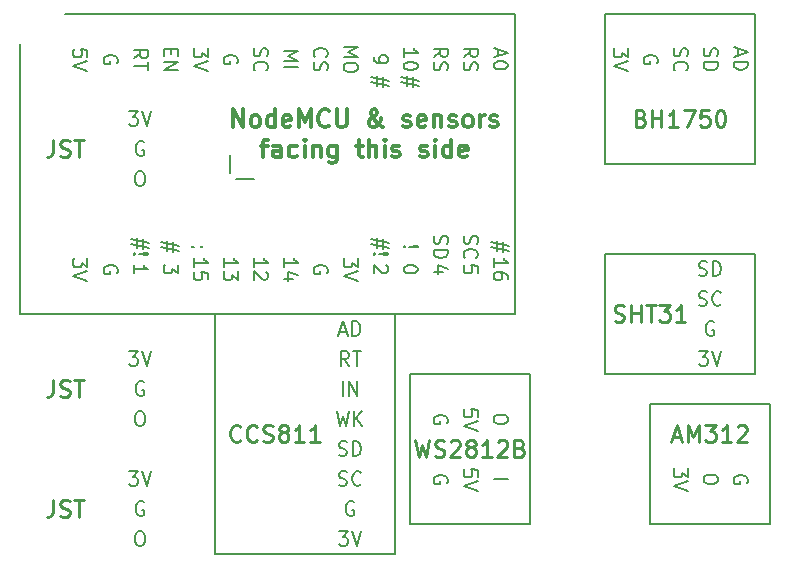
<source format=gto>
G04 #@! TF.GenerationSoftware,KiCad,Pcbnew,(5.0.0)*
G04 #@! TF.CreationDate,2020-04-22T19:14:28+02:00*
G04 #@! TF.ProjectId,Homesensor,486F6D6573656E736F722E6B69636164,rev?*
G04 #@! TF.SameCoordinates,Original*
G04 #@! TF.FileFunction,Legend,Top*
G04 #@! TF.FilePolarity,Positive*
%FSLAX46Y46*%
G04 Gerber Fmt 4.6, Leading zero omitted, Abs format (unit mm)*
G04 Created by KiCad (PCBNEW (5.0.0)) date 04/22/20 19:14:28*
%MOMM*%
%LPD*%
G01*
G04 APERTURE LIST*
%ADD10C,0.200000*%
%ADD11C,0.250000*%
%ADD12C,0.300000*%
G04 APERTURE END LIST*
D10*
X111217142Y-55680000D02*
X111788571Y-55280000D01*
X111217142Y-54994285D02*
X112417142Y-54994285D01*
X112417142Y-55451428D01*
X112360000Y-55565714D01*
X112302857Y-55622857D01*
X112188571Y-55680000D01*
X112017142Y-55680000D01*
X111902857Y-55622857D01*
X111845714Y-55565714D01*
X111788571Y-55451428D01*
X111788571Y-54994285D01*
X111274285Y-56137142D02*
X111217142Y-56308571D01*
X111217142Y-56594285D01*
X111274285Y-56708571D01*
X111331428Y-56765714D01*
X111445714Y-56822857D01*
X111560000Y-56822857D01*
X111674285Y-56765714D01*
X111731428Y-56708571D01*
X111788571Y-56594285D01*
X111845714Y-56365714D01*
X111902857Y-56251428D01*
X111960000Y-56194285D01*
X112074285Y-56137142D01*
X112188571Y-56137142D01*
X112302857Y-56194285D01*
X112360000Y-56251428D01*
X112417142Y-56365714D01*
X112417142Y-56651428D01*
X112360000Y-56822857D01*
X108677142Y-55680000D02*
X109248571Y-55280000D01*
X108677142Y-54994285D02*
X109877142Y-54994285D01*
X109877142Y-55451428D01*
X109820000Y-55565714D01*
X109762857Y-55622857D01*
X109648571Y-55680000D01*
X109477142Y-55680000D01*
X109362857Y-55622857D01*
X109305714Y-55565714D01*
X109248571Y-55451428D01*
X109248571Y-54994285D01*
X108734285Y-56137142D02*
X108677142Y-56308571D01*
X108677142Y-56594285D01*
X108734285Y-56708571D01*
X108791428Y-56765714D01*
X108905714Y-56822857D01*
X109020000Y-56822857D01*
X109134285Y-56765714D01*
X109191428Y-56708571D01*
X109248571Y-56594285D01*
X109305714Y-56365714D01*
X109362857Y-56251428D01*
X109420000Y-56194285D01*
X109534285Y-56137142D01*
X109648571Y-56137142D01*
X109762857Y-56194285D01*
X109820000Y-56251428D01*
X109877142Y-56365714D01*
X109877142Y-56651428D01*
X109820000Y-56822857D01*
X101057142Y-54851428D02*
X102257142Y-54851428D01*
X101400000Y-55251428D01*
X102257142Y-55651428D01*
X101057142Y-55651428D01*
X102257142Y-56451428D02*
X102257142Y-56680000D01*
X102200000Y-56794285D01*
X102085714Y-56908571D01*
X101857142Y-56965714D01*
X101457142Y-56965714D01*
X101228571Y-56908571D01*
X101114285Y-56794285D01*
X101057142Y-56680000D01*
X101057142Y-56451428D01*
X101114285Y-56337142D01*
X101228571Y-56222857D01*
X101457142Y-56165714D01*
X101857142Y-56165714D01*
X102085714Y-56222857D01*
X102200000Y-56337142D01*
X102257142Y-56451428D01*
X98631428Y-55680000D02*
X98574285Y-55622857D01*
X98517142Y-55451428D01*
X98517142Y-55337142D01*
X98574285Y-55165714D01*
X98688571Y-55051428D01*
X98802857Y-54994285D01*
X99031428Y-54937142D01*
X99202857Y-54937142D01*
X99431428Y-54994285D01*
X99545714Y-55051428D01*
X99660000Y-55165714D01*
X99717142Y-55337142D01*
X99717142Y-55451428D01*
X99660000Y-55622857D01*
X99602857Y-55680000D01*
X98574285Y-56137142D02*
X98517142Y-56308571D01*
X98517142Y-56594285D01*
X98574285Y-56708571D01*
X98631428Y-56765714D01*
X98745714Y-56822857D01*
X98860000Y-56822857D01*
X98974285Y-56765714D01*
X99031428Y-56708571D01*
X99088571Y-56594285D01*
X99145714Y-56365714D01*
X99202857Y-56251428D01*
X99260000Y-56194285D01*
X99374285Y-56137142D01*
X99488571Y-56137142D01*
X99602857Y-56194285D01*
X99660000Y-56251428D01*
X99717142Y-56365714D01*
X99717142Y-56651428D01*
X99660000Y-56822857D01*
X95977142Y-55194285D02*
X97177142Y-55194285D01*
X96320000Y-55594285D01*
X97177142Y-55994285D01*
X95977142Y-55994285D01*
X95977142Y-56565714D02*
X97177142Y-56565714D01*
X93494285Y-54937142D02*
X93437142Y-55108571D01*
X93437142Y-55394285D01*
X93494285Y-55508571D01*
X93551428Y-55565714D01*
X93665714Y-55622857D01*
X93780000Y-55622857D01*
X93894285Y-55565714D01*
X93951428Y-55508571D01*
X94008571Y-55394285D01*
X94065714Y-55165714D01*
X94122857Y-55051428D01*
X94180000Y-54994285D01*
X94294285Y-54937142D01*
X94408571Y-54937142D01*
X94522857Y-54994285D01*
X94580000Y-55051428D01*
X94637142Y-55165714D01*
X94637142Y-55451428D01*
X94580000Y-55622857D01*
X93551428Y-56822857D02*
X93494285Y-56765714D01*
X93437142Y-56594285D01*
X93437142Y-56480000D01*
X93494285Y-56308571D01*
X93608571Y-56194285D01*
X93722857Y-56137142D01*
X93951428Y-56080000D01*
X94122857Y-56080000D01*
X94351428Y-56137142D01*
X94465714Y-56194285D01*
X94580000Y-56308571D01*
X94637142Y-56480000D01*
X94637142Y-56594285D01*
X94580000Y-56765714D01*
X94522857Y-56822857D01*
X86445714Y-54994285D02*
X86445714Y-55394285D01*
X85817142Y-55565714D02*
X85817142Y-54994285D01*
X87017142Y-54994285D01*
X87017142Y-55565714D01*
X85817142Y-56080000D02*
X87017142Y-56080000D01*
X85817142Y-56765714D01*
X87017142Y-56765714D01*
X83277142Y-55794285D02*
X83848571Y-55394285D01*
X83277142Y-55108571D02*
X84477142Y-55108571D01*
X84477142Y-55565714D01*
X84420000Y-55680000D01*
X84362857Y-55737142D01*
X84248571Y-55794285D01*
X84077142Y-55794285D01*
X83962857Y-55737142D01*
X83905714Y-55680000D01*
X83848571Y-55565714D01*
X83848571Y-55108571D01*
X84477142Y-56137142D02*
X84477142Y-56822857D01*
X83277142Y-56480000D02*
X84477142Y-56480000D01*
X73660000Y-62230000D02*
X73660000Y-54610000D01*
X73660000Y-77470000D02*
X73660000Y-62230000D01*
X115570000Y-77470000D02*
X73660000Y-77470000D01*
X115570000Y-52070000D02*
X115570000Y-77470000D01*
X77470000Y-52070000D02*
X115570000Y-52070000D01*
X135890000Y-82550000D02*
X135890000Y-72390000D01*
X123190000Y-82550000D02*
X135890000Y-82550000D01*
X123190000Y-72390000D02*
X123190000Y-82550000D01*
X135890000Y-72390000D02*
X123190000Y-72390000D01*
X116840000Y-82550000D02*
X106680000Y-82550000D01*
X116840000Y-95250000D02*
X116840000Y-82550000D01*
X106680000Y-95250000D02*
X116840000Y-95250000D01*
X106680000Y-82550000D02*
X106680000Y-95250000D01*
X105410000Y-97790000D02*
X105410000Y-77470000D01*
X90170000Y-97790000D02*
X105410000Y-97790000D01*
X90170000Y-77470000D02*
X90170000Y-97790000D01*
X105410000Y-77470000D02*
X90170000Y-77470000D01*
X135890000Y-52070000D02*
X123190000Y-52070000D01*
X135890000Y-64770000D02*
X135890000Y-52070000D01*
X123190000Y-64770000D02*
X135890000Y-64770000D01*
X123190000Y-52070000D02*
X123190000Y-64770000D01*
X137160000Y-95250000D02*
X127000000Y-95250000D01*
X137160000Y-85090000D02*
X137160000Y-95250000D01*
X127000000Y-85090000D02*
X137160000Y-85090000D01*
X127000000Y-95250000D02*
X127000000Y-85090000D01*
D11*
X76470000Y-62733333D02*
X76470000Y-63733333D01*
X76403333Y-63933333D01*
X76270000Y-64066666D01*
X76070000Y-64133333D01*
X75936666Y-64133333D01*
X77070000Y-64066666D02*
X77270000Y-64133333D01*
X77603333Y-64133333D01*
X77736666Y-64066666D01*
X77803333Y-64000000D01*
X77870000Y-63866666D01*
X77870000Y-63733333D01*
X77803333Y-63600000D01*
X77736666Y-63533333D01*
X77603333Y-63466666D01*
X77336666Y-63400000D01*
X77203333Y-63333333D01*
X77136666Y-63266666D01*
X77070000Y-63133333D01*
X77070000Y-63000000D01*
X77136666Y-62866666D01*
X77203333Y-62800000D01*
X77336666Y-62733333D01*
X77670000Y-62733333D01*
X77870000Y-62800000D01*
X78270000Y-62733333D02*
X79070000Y-62733333D01*
X78670000Y-64133333D02*
X78670000Y-62733333D01*
X76470000Y-93213333D02*
X76470000Y-94213333D01*
X76403333Y-94413333D01*
X76270000Y-94546666D01*
X76070000Y-94613333D01*
X75936666Y-94613333D01*
X77070000Y-94546666D02*
X77270000Y-94613333D01*
X77603333Y-94613333D01*
X77736666Y-94546666D01*
X77803333Y-94480000D01*
X77870000Y-94346666D01*
X77870000Y-94213333D01*
X77803333Y-94080000D01*
X77736666Y-94013333D01*
X77603333Y-93946666D01*
X77336666Y-93880000D01*
X77203333Y-93813333D01*
X77136666Y-93746666D01*
X77070000Y-93613333D01*
X77070000Y-93480000D01*
X77136666Y-93346666D01*
X77203333Y-93280000D01*
X77336666Y-93213333D01*
X77670000Y-93213333D01*
X77870000Y-93280000D01*
X78270000Y-93213333D02*
X79070000Y-93213333D01*
X78670000Y-94613333D02*
X78670000Y-93213333D01*
X76470000Y-83053333D02*
X76470000Y-84053333D01*
X76403333Y-84253333D01*
X76270000Y-84386666D01*
X76070000Y-84453333D01*
X75936666Y-84453333D01*
X77070000Y-84386666D02*
X77270000Y-84453333D01*
X77603333Y-84453333D01*
X77736666Y-84386666D01*
X77803333Y-84320000D01*
X77870000Y-84186666D01*
X77870000Y-84053333D01*
X77803333Y-83920000D01*
X77736666Y-83853333D01*
X77603333Y-83786666D01*
X77336666Y-83720000D01*
X77203333Y-83653333D01*
X77136666Y-83586666D01*
X77070000Y-83453333D01*
X77070000Y-83320000D01*
X77136666Y-83186666D01*
X77203333Y-83120000D01*
X77336666Y-83053333D01*
X77670000Y-83053333D01*
X77870000Y-83120000D01*
X78270000Y-83053333D02*
X79070000Y-83053333D01*
X78670000Y-84453333D02*
X78670000Y-83053333D01*
X92316666Y-88130000D02*
X92250000Y-88196666D01*
X92050000Y-88263333D01*
X91916666Y-88263333D01*
X91716666Y-88196666D01*
X91583333Y-88063333D01*
X91516666Y-87930000D01*
X91450000Y-87663333D01*
X91450000Y-87463333D01*
X91516666Y-87196666D01*
X91583333Y-87063333D01*
X91716666Y-86930000D01*
X91916666Y-86863333D01*
X92050000Y-86863333D01*
X92250000Y-86930000D01*
X92316666Y-86996666D01*
X93716666Y-88130000D02*
X93650000Y-88196666D01*
X93450000Y-88263333D01*
X93316666Y-88263333D01*
X93116666Y-88196666D01*
X92983333Y-88063333D01*
X92916666Y-87930000D01*
X92850000Y-87663333D01*
X92850000Y-87463333D01*
X92916666Y-87196666D01*
X92983333Y-87063333D01*
X93116666Y-86930000D01*
X93316666Y-86863333D01*
X93450000Y-86863333D01*
X93650000Y-86930000D01*
X93716666Y-86996666D01*
X94250000Y-88196666D02*
X94450000Y-88263333D01*
X94783333Y-88263333D01*
X94916666Y-88196666D01*
X94983333Y-88130000D01*
X95050000Y-87996666D01*
X95050000Y-87863333D01*
X94983333Y-87730000D01*
X94916666Y-87663333D01*
X94783333Y-87596666D01*
X94516666Y-87530000D01*
X94383333Y-87463333D01*
X94316666Y-87396666D01*
X94250000Y-87263333D01*
X94250000Y-87130000D01*
X94316666Y-86996666D01*
X94383333Y-86930000D01*
X94516666Y-86863333D01*
X94850000Y-86863333D01*
X95050000Y-86930000D01*
X95850000Y-87463333D02*
X95716666Y-87396666D01*
X95650000Y-87330000D01*
X95583333Y-87196666D01*
X95583333Y-87130000D01*
X95650000Y-86996666D01*
X95716666Y-86930000D01*
X95850000Y-86863333D01*
X96116666Y-86863333D01*
X96250000Y-86930000D01*
X96316666Y-86996666D01*
X96383333Y-87130000D01*
X96383333Y-87196666D01*
X96316666Y-87330000D01*
X96250000Y-87396666D01*
X96116666Y-87463333D01*
X95850000Y-87463333D01*
X95716666Y-87530000D01*
X95650000Y-87596666D01*
X95583333Y-87730000D01*
X95583333Y-87996666D01*
X95650000Y-88130000D01*
X95716666Y-88196666D01*
X95850000Y-88263333D01*
X96116666Y-88263333D01*
X96250000Y-88196666D01*
X96316666Y-88130000D01*
X96383333Y-87996666D01*
X96383333Y-87730000D01*
X96316666Y-87596666D01*
X96250000Y-87530000D01*
X96116666Y-87463333D01*
X97716666Y-88263333D02*
X96916666Y-88263333D01*
X97316666Y-88263333D02*
X97316666Y-86863333D01*
X97183333Y-87063333D01*
X97050000Y-87196666D01*
X96916666Y-87263333D01*
X99050000Y-88263333D02*
X98250000Y-88263333D01*
X98650000Y-88263333D02*
X98650000Y-86863333D01*
X98516666Y-87063333D01*
X98383333Y-87196666D01*
X98250000Y-87263333D01*
X107126666Y-88133333D02*
X107460000Y-89533333D01*
X107726666Y-88533333D01*
X107993333Y-89533333D01*
X108326666Y-88133333D01*
X108793333Y-89466666D02*
X108993333Y-89533333D01*
X109326666Y-89533333D01*
X109460000Y-89466666D01*
X109526666Y-89400000D01*
X109593333Y-89266666D01*
X109593333Y-89133333D01*
X109526666Y-89000000D01*
X109460000Y-88933333D01*
X109326666Y-88866666D01*
X109060000Y-88800000D01*
X108926666Y-88733333D01*
X108860000Y-88666666D01*
X108793333Y-88533333D01*
X108793333Y-88400000D01*
X108860000Y-88266666D01*
X108926666Y-88200000D01*
X109060000Y-88133333D01*
X109393333Y-88133333D01*
X109593333Y-88200000D01*
X110126666Y-88266666D02*
X110193333Y-88200000D01*
X110326666Y-88133333D01*
X110660000Y-88133333D01*
X110793333Y-88200000D01*
X110860000Y-88266666D01*
X110926666Y-88400000D01*
X110926666Y-88533333D01*
X110860000Y-88733333D01*
X110060000Y-89533333D01*
X110926666Y-89533333D01*
X111726666Y-88733333D02*
X111593333Y-88666666D01*
X111526666Y-88600000D01*
X111460000Y-88466666D01*
X111460000Y-88400000D01*
X111526666Y-88266666D01*
X111593333Y-88200000D01*
X111726666Y-88133333D01*
X111993333Y-88133333D01*
X112126666Y-88200000D01*
X112193333Y-88266666D01*
X112260000Y-88400000D01*
X112260000Y-88466666D01*
X112193333Y-88600000D01*
X112126666Y-88666666D01*
X111993333Y-88733333D01*
X111726666Y-88733333D01*
X111593333Y-88800000D01*
X111526666Y-88866666D01*
X111460000Y-89000000D01*
X111460000Y-89266666D01*
X111526666Y-89400000D01*
X111593333Y-89466666D01*
X111726666Y-89533333D01*
X111993333Y-89533333D01*
X112126666Y-89466666D01*
X112193333Y-89400000D01*
X112260000Y-89266666D01*
X112260000Y-89000000D01*
X112193333Y-88866666D01*
X112126666Y-88800000D01*
X111993333Y-88733333D01*
X113593333Y-89533333D02*
X112793333Y-89533333D01*
X113193333Y-89533333D02*
X113193333Y-88133333D01*
X113060000Y-88333333D01*
X112926666Y-88466666D01*
X112793333Y-88533333D01*
X114126666Y-88266666D02*
X114193333Y-88200000D01*
X114326666Y-88133333D01*
X114660000Y-88133333D01*
X114793333Y-88200000D01*
X114860000Y-88266666D01*
X114926666Y-88400000D01*
X114926666Y-88533333D01*
X114860000Y-88733333D01*
X114060000Y-89533333D01*
X114926666Y-89533333D01*
X115993333Y-88800000D02*
X116193333Y-88866666D01*
X116260000Y-88933333D01*
X116326666Y-89066666D01*
X116326666Y-89266666D01*
X116260000Y-89400000D01*
X116193333Y-89466666D01*
X116060000Y-89533333D01*
X115526666Y-89533333D01*
X115526666Y-88133333D01*
X115993333Y-88133333D01*
X116126666Y-88200000D01*
X116193333Y-88266666D01*
X116260000Y-88400000D01*
X116260000Y-88533333D01*
X116193333Y-88666666D01*
X116126666Y-88733333D01*
X115993333Y-88800000D01*
X115526666Y-88800000D01*
X128946666Y-87863333D02*
X129613333Y-87863333D01*
X128813333Y-88263333D02*
X129280000Y-86863333D01*
X129746666Y-88263333D01*
X130213333Y-88263333D02*
X130213333Y-86863333D01*
X130680000Y-87863333D01*
X131146666Y-86863333D01*
X131146666Y-88263333D01*
X131680000Y-86863333D02*
X132546666Y-86863333D01*
X132080000Y-87396666D01*
X132280000Y-87396666D01*
X132413333Y-87463333D01*
X132480000Y-87530000D01*
X132546666Y-87663333D01*
X132546666Y-87996666D01*
X132480000Y-88130000D01*
X132413333Y-88196666D01*
X132280000Y-88263333D01*
X131880000Y-88263333D01*
X131746666Y-88196666D01*
X131680000Y-88130000D01*
X133880000Y-88263333D02*
X133080000Y-88263333D01*
X133480000Y-88263333D02*
X133480000Y-86863333D01*
X133346666Y-87063333D01*
X133213333Y-87196666D01*
X133080000Y-87263333D01*
X134413333Y-86996666D02*
X134480000Y-86930000D01*
X134613333Y-86863333D01*
X134946666Y-86863333D01*
X135080000Y-86930000D01*
X135146666Y-86996666D01*
X135213333Y-87130000D01*
X135213333Y-87263333D01*
X135146666Y-87463333D01*
X134346666Y-88263333D01*
X135213333Y-88263333D01*
X124000000Y-78036666D02*
X124200000Y-78103333D01*
X124533333Y-78103333D01*
X124666666Y-78036666D01*
X124733333Y-77970000D01*
X124800000Y-77836666D01*
X124800000Y-77703333D01*
X124733333Y-77570000D01*
X124666666Y-77503333D01*
X124533333Y-77436666D01*
X124266666Y-77370000D01*
X124133333Y-77303333D01*
X124066666Y-77236666D01*
X124000000Y-77103333D01*
X124000000Y-76970000D01*
X124066666Y-76836666D01*
X124133333Y-76770000D01*
X124266666Y-76703333D01*
X124600000Y-76703333D01*
X124800000Y-76770000D01*
X125400000Y-78103333D02*
X125400000Y-76703333D01*
X125400000Y-77370000D02*
X126200000Y-77370000D01*
X126200000Y-78103333D02*
X126200000Y-76703333D01*
X126666666Y-76703333D02*
X127466666Y-76703333D01*
X127066666Y-78103333D02*
X127066666Y-76703333D01*
X127800000Y-76703333D02*
X128666666Y-76703333D01*
X128200000Y-77236666D01*
X128400000Y-77236666D01*
X128533333Y-77303333D01*
X128600000Y-77370000D01*
X128666666Y-77503333D01*
X128666666Y-77836666D01*
X128600000Y-77970000D01*
X128533333Y-78036666D01*
X128400000Y-78103333D01*
X128000000Y-78103333D01*
X127866666Y-78036666D01*
X127800000Y-77970000D01*
X130000000Y-78103333D02*
X129200000Y-78103333D01*
X129600000Y-78103333D02*
X129600000Y-76703333D01*
X129466666Y-76903333D01*
X129333333Y-77036666D01*
X129200000Y-77103333D01*
X126240000Y-60860000D02*
X126440000Y-60926666D01*
X126506666Y-60993333D01*
X126573333Y-61126666D01*
X126573333Y-61326666D01*
X126506666Y-61460000D01*
X126440000Y-61526666D01*
X126306666Y-61593333D01*
X125773333Y-61593333D01*
X125773333Y-60193333D01*
X126240000Y-60193333D01*
X126373333Y-60260000D01*
X126440000Y-60326666D01*
X126506666Y-60460000D01*
X126506666Y-60593333D01*
X126440000Y-60726666D01*
X126373333Y-60793333D01*
X126240000Y-60860000D01*
X125773333Y-60860000D01*
X127173333Y-61593333D02*
X127173333Y-60193333D01*
X127173333Y-60860000D02*
X127973333Y-60860000D01*
X127973333Y-61593333D02*
X127973333Y-60193333D01*
X129373333Y-61593333D02*
X128573333Y-61593333D01*
X128973333Y-61593333D02*
X128973333Y-60193333D01*
X128840000Y-60393333D01*
X128706666Y-60526666D01*
X128573333Y-60593333D01*
X129840000Y-60193333D02*
X130773333Y-60193333D01*
X130173333Y-61593333D01*
X131973333Y-60193333D02*
X131306666Y-60193333D01*
X131240000Y-60860000D01*
X131306666Y-60793333D01*
X131440000Y-60726666D01*
X131773333Y-60726666D01*
X131906666Y-60793333D01*
X131973333Y-60860000D01*
X132040000Y-60993333D01*
X132040000Y-61326666D01*
X131973333Y-61460000D01*
X131906666Y-61526666D01*
X131773333Y-61593333D01*
X131440000Y-61593333D01*
X131306666Y-61526666D01*
X131240000Y-61460000D01*
X132906666Y-60193333D02*
X133040000Y-60193333D01*
X133173333Y-60260000D01*
X133240000Y-60326666D01*
X133306666Y-60460000D01*
X133373333Y-60726666D01*
X133373333Y-61060000D01*
X133306666Y-61326666D01*
X133240000Y-61460000D01*
X133173333Y-61526666D01*
X133040000Y-61593333D01*
X132906666Y-61593333D01*
X132773333Y-61526666D01*
X132706666Y-61460000D01*
X132640000Y-61326666D01*
X132573333Y-61060000D01*
X132573333Y-60726666D01*
X132640000Y-60460000D01*
X132706666Y-60326666D01*
X132773333Y-60260000D01*
X132906666Y-60193333D01*
D10*
X100714285Y-78940000D02*
X101285714Y-78940000D01*
X100600000Y-79282857D02*
X101000000Y-78082857D01*
X101400000Y-79282857D01*
X101800000Y-79282857D02*
X101800000Y-78082857D01*
X102085714Y-78082857D01*
X102257142Y-78140000D01*
X102371428Y-78254285D01*
X102428571Y-78368571D01*
X102485714Y-78597142D01*
X102485714Y-78768571D01*
X102428571Y-78997142D01*
X102371428Y-79111428D01*
X102257142Y-79225714D01*
X102085714Y-79282857D01*
X101800000Y-79282857D01*
X101514285Y-81822857D02*
X101114285Y-81251428D01*
X100828571Y-81822857D02*
X100828571Y-80622857D01*
X101285714Y-80622857D01*
X101400000Y-80680000D01*
X101457142Y-80737142D01*
X101514285Y-80851428D01*
X101514285Y-81022857D01*
X101457142Y-81137142D01*
X101400000Y-81194285D01*
X101285714Y-81251428D01*
X100828571Y-81251428D01*
X101857142Y-80622857D02*
X102542857Y-80622857D01*
X102200000Y-81822857D02*
X102200000Y-80622857D01*
X100971428Y-84362857D02*
X100971428Y-83162857D01*
X101542857Y-84362857D02*
X101542857Y-83162857D01*
X102228571Y-84362857D01*
X102228571Y-83162857D01*
X134420000Y-54994285D02*
X134420000Y-55565714D01*
X134077142Y-54880000D02*
X135277142Y-55280000D01*
X134077142Y-55680000D01*
X134077142Y-56080000D02*
X135277142Y-56080000D01*
X135277142Y-56365714D01*
X135220000Y-56537142D01*
X135105714Y-56651428D01*
X134991428Y-56708571D01*
X134762857Y-56765714D01*
X134591428Y-56765714D01*
X134362857Y-56708571D01*
X134248571Y-56651428D01*
X134134285Y-56537142D01*
X134077142Y-56365714D01*
X134077142Y-56080000D01*
X91948000Y-66040000D02*
X93472000Y-66040000D01*
X91440000Y-65532000D02*
X91440000Y-64008000D01*
D12*
X91691428Y-61633571D02*
X91691428Y-60133571D01*
X92548571Y-61633571D01*
X92548571Y-60133571D01*
X93477142Y-61633571D02*
X93334285Y-61562142D01*
X93262857Y-61490714D01*
X93191428Y-61347857D01*
X93191428Y-60919285D01*
X93262857Y-60776428D01*
X93334285Y-60705000D01*
X93477142Y-60633571D01*
X93691428Y-60633571D01*
X93834285Y-60705000D01*
X93905714Y-60776428D01*
X93977142Y-60919285D01*
X93977142Y-61347857D01*
X93905714Y-61490714D01*
X93834285Y-61562142D01*
X93691428Y-61633571D01*
X93477142Y-61633571D01*
X95262857Y-61633571D02*
X95262857Y-60133571D01*
X95262857Y-61562142D02*
X95120000Y-61633571D01*
X94834285Y-61633571D01*
X94691428Y-61562142D01*
X94620000Y-61490714D01*
X94548571Y-61347857D01*
X94548571Y-60919285D01*
X94620000Y-60776428D01*
X94691428Y-60705000D01*
X94834285Y-60633571D01*
X95120000Y-60633571D01*
X95262857Y-60705000D01*
X96548571Y-61562142D02*
X96405714Y-61633571D01*
X96120000Y-61633571D01*
X95977142Y-61562142D01*
X95905714Y-61419285D01*
X95905714Y-60847857D01*
X95977142Y-60705000D01*
X96120000Y-60633571D01*
X96405714Y-60633571D01*
X96548571Y-60705000D01*
X96620000Y-60847857D01*
X96620000Y-60990714D01*
X95905714Y-61133571D01*
X97262857Y-61633571D02*
X97262857Y-60133571D01*
X97762857Y-61205000D01*
X98262857Y-60133571D01*
X98262857Y-61633571D01*
X99834285Y-61490714D02*
X99762857Y-61562142D01*
X99548571Y-61633571D01*
X99405714Y-61633571D01*
X99191428Y-61562142D01*
X99048571Y-61419285D01*
X98977142Y-61276428D01*
X98905714Y-60990714D01*
X98905714Y-60776428D01*
X98977142Y-60490714D01*
X99048571Y-60347857D01*
X99191428Y-60205000D01*
X99405714Y-60133571D01*
X99548571Y-60133571D01*
X99762857Y-60205000D01*
X99834285Y-60276428D01*
X100477142Y-60133571D02*
X100477142Y-61347857D01*
X100548571Y-61490714D01*
X100620000Y-61562142D01*
X100762857Y-61633571D01*
X101048571Y-61633571D01*
X101191428Y-61562142D01*
X101262857Y-61490714D01*
X101334285Y-61347857D01*
X101334285Y-60133571D01*
X104405714Y-61633571D02*
X104334285Y-61633571D01*
X104191428Y-61562142D01*
X103977142Y-61347857D01*
X103620000Y-60919285D01*
X103477142Y-60705000D01*
X103405714Y-60490714D01*
X103405714Y-60347857D01*
X103477142Y-60205000D01*
X103620000Y-60133571D01*
X103691428Y-60133571D01*
X103834285Y-60205000D01*
X103905714Y-60347857D01*
X103905714Y-60419285D01*
X103834285Y-60562142D01*
X103762857Y-60633571D01*
X103334285Y-60919285D01*
X103262857Y-60990714D01*
X103191428Y-61133571D01*
X103191428Y-61347857D01*
X103262857Y-61490714D01*
X103334285Y-61562142D01*
X103477142Y-61633571D01*
X103691428Y-61633571D01*
X103834285Y-61562142D01*
X103905714Y-61490714D01*
X104120000Y-61205000D01*
X104191428Y-60990714D01*
X104191428Y-60847857D01*
X106120000Y-61562142D02*
X106262857Y-61633571D01*
X106548571Y-61633571D01*
X106691428Y-61562142D01*
X106762857Y-61419285D01*
X106762857Y-61347857D01*
X106691428Y-61205000D01*
X106548571Y-61133571D01*
X106334285Y-61133571D01*
X106191428Y-61062142D01*
X106120000Y-60919285D01*
X106120000Y-60847857D01*
X106191428Y-60705000D01*
X106334285Y-60633571D01*
X106548571Y-60633571D01*
X106691428Y-60705000D01*
X107977142Y-61562142D02*
X107834285Y-61633571D01*
X107548571Y-61633571D01*
X107405714Y-61562142D01*
X107334285Y-61419285D01*
X107334285Y-60847857D01*
X107405714Y-60705000D01*
X107548571Y-60633571D01*
X107834285Y-60633571D01*
X107977142Y-60705000D01*
X108048571Y-60847857D01*
X108048571Y-60990714D01*
X107334285Y-61133571D01*
X108691428Y-60633571D02*
X108691428Y-61633571D01*
X108691428Y-60776428D02*
X108762857Y-60705000D01*
X108905714Y-60633571D01*
X109120000Y-60633571D01*
X109262857Y-60705000D01*
X109334285Y-60847857D01*
X109334285Y-61633571D01*
X109977142Y-61562142D02*
X110120000Y-61633571D01*
X110405714Y-61633571D01*
X110548571Y-61562142D01*
X110620000Y-61419285D01*
X110620000Y-61347857D01*
X110548571Y-61205000D01*
X110405714Y-61133571D01*
X110191428Y-61133571D01*
X110048571Y-61062142D01*
X109977142Y-60919285D01*
X109977142Y-60847857D01*
X110048571Y-60705000D01*
X110191428Y-60633571D01*
X110405714Y-60633571D01*
X110548571Y-60705000D01*
X111477142Y-61633571D02*
X111334285Y-61562142D01*
X111262857Y-61490714D01*
X111191428Y-61347857D01*
X111191428Y-60919285D01*
X111262857Y-60776428D01*
X111334285Y-60705000D01*
X111477142Y-60633571D01*
X111691428Y-60633571D01*
X111834285Y-60705000D01*
X111905714Y-60776428D01*
X111977142Y-60919285D01*
X111977142Y-61347857D01*
X111905714Y-61490714D01*
X111834285Y-61562142D01*
X111691428Y-61633571D01*
X111477142Y-61633571D01*
X112620000Y-61633571D02*
X112620000Y-60633571D01*
X112620000Y-60919285D02*
X112691428Y-60776428D01*
X112762857Y-60705000D01*
X112905714Y-60633571D01*
X113048571Y-60633571D01*
X113477142Y-61562142D02*
X113620000Y-61633571D01*
X113905714Y-61633571D01*
X114048571Y-61562142D01*
X114120000Y-61419285D01*
X114120000Y-61347857D01*
X114048571Y-61205000D01*
X113905714Y-61133571D01*
X113691428Y-61133571D01*
X113548571Y-61062142D01*
X113477142Y-60919285D01*
X113477142Y-60847857D01*
X113548571Y-60705000D01*
X113691428Y-60633571D01*
X113905714Y-60633571D01*
X114048571Y-60705000D01*
X94048571Y-63183571D02*
X94620000Y-63183571D01*
X94262857Y-64183571D02*
X94262857Y-62897857D01*
X94334285Y-62755000D01*
X94477142Y-62683571D01*
X94620000Y-62683571D01*
X95762857Y-64183571D02*
X95762857Y-63397857D01*
X95691428Y-63255000D01*
X95548571Y-63183571D01*
X95262857Y-63183571D01*
X95120000Y-63255000D01*
X95762857Y-64112142D02*
X95620000Y-64183571D01*
X95262857Y-64183571D01*
X95120000Y-64112142D01*
X95048571Y-63969285D01*
X95048571Y-63826428D01*
X95120000Y-63683571D01*
X95262857Y-63612142D01*
X95620000Y-63612142D01*
X95762857Y-63540714D01*
X97120000Y-64112142D02*
X96977142Y-64183571D01*
X96691428Y-64183571D01*
X96548571Y-64112142D01*
X96477142Y-64040714D01*
X96405714Y-63897857D01*
X96405714Y-63469285D01*
X96477142Y-63326428D01*
X96548571Y-63255000D01*
X96691428Y-63183571D01*
X96977142Y-63183571D01*
X97120000Y-63255000D01*
X97762857Y-64183571D02*
X97762857Y-63183571D01*
X97762857Y-62683571D02*
X97691428Y-62755000D01*
X97762857Y-62826428D01*
X97834285Y-62755000D01*
X97762857Y-62683571D01*
X97762857Y-62826428D01*
X98477142Y-63183571D02*
X98477142Y-64183571D01*
X98477142Y-63326428D02*
X98548571Y-63255000D01*
X98691428Y-63183571D01*
X98905714Y-63183571D01*
X99048571Y-63255000D01*
X99120000Y-63397857D01*
X99120000Y-64183571D01*
X100477142Y-63183571D02*
X100477142Y-64397857D01*
X100405714Y-64540714D01*
X100334285Y-64612142D01*
X100191428Y-64683571D01*
X99977142Y-64683571D01*
X99834285Y-64612142D01*
X100477142Y-64112142D02*
X100334285Y-64183571D01*
X100048571Y-64183571D01*
X99905714Y-64112142D01*
X99834285Y-64040714D01*
X99762857Y-63897857D01*
X99762857Y-63469285D01*
X99834285Y-63326428D01*
X99905714Y-63255000D01*
X100048571Y-63183571D01*
X100334285Y-63183571D01*
X100477142Y-63255000D01*
X102120000Y-63183571D02*
X102691428Y-63183571D01*
X102334285Y-62683571D02*
X102334285Y-63969285D01*
X102405714Y-64112142D01*
X102548571Y-64183571D01*
X102691428Y-64183571D01*
X103191428Y-64183571D02*
X103191428Y-62683571D01*
X103834285Y-64183571D02*
X103834285Y-63397857D01*
X103762857Y-63255000D01*
X103620000Y-63183571D01*
X103405714Y-63183571D01*
X103262857Y-63255000D01*
X103191428Y-63326428D01*
X104548571Y-64183571D02*
X104548571Y-63183571D01*
X104548571Y-62683571D02*
X104477142Y-62755000D01*
X104548571Y-62826428D01*
X104620000Y-62755000D01*
X104548571Y-62683571D01*
X104548571Y-62826428D01*
X105191428Y-64112142D02*
X105334285Y-64183571D01*
X105620000Y-64183571D01*
X105762857Y-64112142D01*
X105834285Y-63969285D01*
X105834285Y-63897857D01*
X105762857Y-63755000D01*
X105620000Y-63683571D01*
X105405714Y-63683571D01*
X105262857Y-63612142D01*
X105191428Y-63469285D01*
X105191428Y-63397857D01*
X105262857Y-63255000D01*
X105405714Y-63183571D01*
X105620000Y-63183571D01*
X105762857Y-63255000D01*
X107548571Y-64112142D02*
X107691428Y-64183571D01*
X107977142Y-64183571D01*
X108120000Y-64112142D01*
X108191428Y-63969285D01*
X108191428Y-63897857D01*
X108120000Y-63755000D01*
X107977142Y-63683571D01*
X107762857Y-63683571D01*
X107620000Y-63612142D01*
X107548571Y-63469285D01*
X107548571Y-63397857D01*
X107620000Y-63255000D01*
X107762857Y-63183571D01*
X107977142Y-63183571D01*
X108120000Y-63255000D01*
X108834285Y-64183571D02*
X108834285Y-63183571D01*
X108834285Y-62683571D02*
X108762857Y-62755000D01*
X108834285Y-62826428D01*
X108905714Y-62755000D01*
X108834285Y-62683571D01*
X108834285Y-62826428D01*
X110191428Y-64183571D02*
X110191428Y-62683571D01*
X110191428Y-64112142D02*
X110048571Y-64183571D01*
X109762857Y-64183571D01*
X109620000Y-64112142D01*
X109548571Y-64040714D01*
X109477142Y-63897857D01*
X109477142Y-63469285D01*
X109548571Y-63326428D01*
X109620000Y-63255000D01*
X109762857Y-63183571D01*
X110048571Y-63183571D01*
X110191428Y-63255000D01*
X111477142Y-64112142D02*
X111334285Y-64183571D01*
X111048571Y-64183571D01*
X110905714Y-64112142D01*
X110834285Y-63969285D01*
X110834285Y-63397857D01*
X110905714Y-63255000D01*
X111048571Y-63183571D01*
X111334285Y-63183571D01*
X111477142Y-63255000D01*
X111548571Y-63397857D01*
X111548571Y-63540714D01*
X110834285Y-63683571D01*
D10*
X112417142Y-73945714D02*
X112417142Y-73374285D01*
X111845714Y-73317142D01*
X111902857Y-73374285D01*
X111960000Y-73488571D01*
X111960000Y-73774285D01*
X111902857Y-73888571D01*
X111845714Y-73945714D01*
X111731428Y-74002857D01*
X111445714Y-74002857D01*
X111331428Y-73945714D01*
X111274285Y-73888571D01*
X111217142Y-73774285D01*
X111217142Y-73488571D01*
X111274285Y-73374285D01*
X111331428Y-73317142D01*
X109477142Y-73888571D02*
X108677142Y-73888571D01*
X109934285Y-73602857D02*
X109077142Y-73317142D01*
X109077142Y-74060000D01*
X106137142Y-55651428D02*
X106137142Y-54965714D01*
X106137142Y-55308571D02*
X107337142Y-55308571D01*
X107165714Y-55194285D01*
X107051428Y-55080000D01*
X106994285Y-54965714D01*
X107337142Y-56394285D02*
X107337142Y-56508571D01*
X107280000Y-56622857D01*
X107222857Y-56680000D01*
X107108571Y-56737142D01*
X106880000Y-56794285D01*
X106594285Y-56794285D01*
X106365714Y-56737142D01*
X106251428Y-56680000D01*
X106194285Y-56622857D01*
X106137142Y-56508571D01*
X106137142Y-56394285D01*
X106194285Y-56280000D01*
X106251428Y-56222857D01*
X106365714Y-56165714D01*
X106594285Y-56108571D01*
X106880000Y-56108571D01*
X107108571Y-56165714D01*
X107222857Y-56222857D01*
X107280000Y-56280000D01*
X107337142Y-56394285D01*
X103597142Y-55651428D02*
X103597142Y-55880000D01*
X103654285Y-55994285D01*
X103711428Y-56051428D01*
X103882857Y-56165714D01*
X104111428Y-56222857D01*
X104568571Y-56222857D01*
X104682857Y-56165714D01*
X104740000Y-56108571D01*
X104797142Y-55994285D01*
X104797142Y-55765714D01*
X104740000Y-55651428D01*
X104682857Y-55594285D01*
X104568571Y-55537142D01*
X104282857Y-55537142D01*
X104168571Y-55594285D01*
X104111428Y-55651428D01*
X104054285Y-55765714D01*
X104054285Y-55994285D01*
X104111428Y-56108571D01*
X104168571Y-56165714D01*
X104282857Y-56222857D01*
X113757142Y-73431428D02*
X113757142Y-72745714D01*
X113757142Y-73088571D02*
X114957142Y-73088571D01*
X114785714Y-72974285D01*
X114671428Y-72860000D01*
X114614285Y-72745714D01*
X114957142Y-74460000D02*
X114957142Y-74231428D01*
X114900000Y-74117142D01*
X114842857Y-74060000D01*
X114671428Y-73945714D01*
X114442857Y-73888571D01*
X113985714Y-73888571D01*
X113871428Y-73945714D01*
X113814285Y-74002857D01*
X113757142Y-74117142D01*
X113757142Y-74345714D01*
X113814285Y-74460000D01*
X113871428Y-74517142D01*
X113985714Y-74574285D01*
X114271428Y-74574285D01*
X114385714Y-74517142D01*
X114442857Y-74460000D01*
X114500000Y-74345714D01*
X114500000Y-74117142D01*
X114442857Y-74002857D01*
X114385714Y-73945714D01*
X114271428Y-73888571D01*
X107337142Y-73602857D02*
X107337142Y-73717142D01*
X107280000Y-73831428D01*
X107222857Y-73888571D01*
X107108571Y-73945714D01*
X106880000Y-74002857D01*
X106594285Y-74002857D01*
X106365714Y-73945714D01*
X106251428Y-73888571D01*
X106194285Y-73831428D01*
X106137142Y-73717142D01*
X106137142Y-73602857D01*
X106194285Y-73488571D01*
X106251428Y-73431428D01*
X106365714Y-73374285D01*
X106594285Y-73317142D01*
X106880000Y-73317142D01*
X107108571Y-73374285D01*
X107222857Y-73431428D01*
X107280000Y-73488571D01*
X107337142Y-73602857D01*
X104682857Y-73317142D02*
X104740000Y-73374285D01*
X104797142Y-73488571D01*
X104797142Y-73774285D01*
X104740000Y-73888571D01*
X104682857Y-73945714D01*
X104568571Y-74002857D01*
X104454285Y-74002857D01*
X104282857Y-73945714D01*
X103597142Y-73260000D01*
X103597142Y-74002857D01*
X95977142Y-73431428D02*
X95977142Y-72745714D01*
X95977142Y-73088571D02*
X97177142Y-73088571D01*
X97005714Y-72974285D01*
X96891428Y-72860000D01*
X96834285Y-72745714D01*
X96777142Y-74460000D02*
X95977142Y-74460000D01*
X97234285Y-74174285D02*
X96377142Y-73888571D01*
X96377142Y-74631428D01*
X93437142Y-73431428D02*
X93437142Y-72745714D01*
X93437142Y-73088571D02*
X94637142Y-73088571D01*
X94465714Y-72974285D01*
X94351428Y-72860000D01*
X94294285Y-72745714D01*
X94522857Y-73888571D02*
X94580000Y-73945714D01*
X94637142Y-74060000D01*
X94637142Y-74345714D01*
X94580000Y-74460000D01*
X94522857Y-74517142D01*
X94408571Y-74574285D01*
X94294285Y-74574285D01*
X94122857Y-74517142D01*
X93437142Y-73831428D01*
X93437142Y-74574285D01*
X90897142Y-73431428D02*
X90897142Y-72745714D01*
X90897142Y-73088571D02*
X92097142Y-73088571D01*
X91925714Y-72974285D01*
X91811428Y-72860000D01*
X91754285Y-72745714D01*
X92097142Y-73831428D02*
X92097142Y-74574285D01*
X91640000Y-74174285D01*
X91640000Y-74345714D01*
X91582857Y-74460000D01*
X91525714Y-74517142D01*
X91411428Y-74574285D01*
X91125714Y-74574285D01*
X91011428Y-74517142D01*
X90954285Y-74460000D01*
X90897142Y-74345714D01*
X90897142Y-74002857D01*
X90954285Y-73888571D01*
X91011428Y-73831428D01*
X88357142Y-73431428D02*
X88357142Y-72745714D01*
X88357142Y-73088571D02*
X89557142Y-73088571D01*
X89385714Y-72974285D01*
X89271428Y-72860000D01*
X89214285Y-72745714D01*
X89557142Y-74517142D02*
X89557142Y-73945714D01*
X88985714Y-73888571D01*
X89042857Y-73945714D01*
X89100000Y-74060000D01*
X89100000Y-74345714D01*
X89042857Y-74460000D01*
X88985714Y-74517142D01*
X88871428Y-74574285D01*
X88585714Y-74574285D01*
X88471428Y-74517142D01*
X88414285Y-74460000D01*
X88357142Y-74345714D01*
X88357142Y-74060000D01*
X88414285Y-73945714D01*
X88471428Y-73888571D01*
X87017142Y-73260000D02*
X87017142Y-74002857D01*
X86560000Y-73602857D01*
X86560000Y-73774285D01*
X86502857Y-73888571D01*
X86445714Y-73945714D01*
X86331428Y-74002857D01*
X86045714Y-74002857D01*
X85931428Y-73945714D01*
X85874285Y-73888571D01*
X85817142Y-73774285D01*
X85817142Y-73431428D01*
X85874285Y-73317142D01*
X85931428Y-73260000D01*
X83277142Y-74002857D02*
X83277142Y-73317142D01*
X83277142Y-73660000D02*
X84477142Y-73660000D01*
X84305714Y-73545714D01*
X84191428Y-73431428D01*
X84134285Y-73317142D01*
X88414285Y-71812142D02*
X88357142Y-71812142D01*
X88242857Y-71755000D01*
X88185714Y-71697857D01*
X89100000Y-71755000D02*
X89042857Y-71812142D01*
X88985714Y-71755000D01*
X89042857Y-71697857D01*
X89100000Y-71755000D01*
X88985714Y-71755000D01*
X106251428Y-71755000D02*
X106194285Y-71812142D01*
X106137142Y-71755000D01*
X106194285Y-71697857D01*
X106251428Y-71755000D01*
X106137142Y-71755000D01*
X106594285Y-71755000D02*
X107280000Y-71697857D01*
X107337142Y-71755000D01*
X107280000Y-71812142D01*
X106594285Y-71755000D01*
X107337142Y-71755000D01*
X104397142Y-57413571D02*
X104397142Y-58270714D01*
X104911428Y-57756428D02*
X103368571Y-57413571D01*
X103882857Y-58156428D02*
X103882857Y-57299285D01*
X103368571Y-57813571D02*
X104911428Y-58156428D01*
X106937142Y-57413571D02*
X106937142Y-58270714D01*
X107451428Y-57756428D02*
X105908571Y-57413571D01*
X106422857Y-58156428D02*
X106422857Y-57299285D01*
X105908571Y-57813571D02*
X107451428Y-58156428D01*
X86617142Y-71383571D02*
X86617142Y-72240714D01*
X87131428Y-71726428D02*
X85588571Y-71383571D01*
X86102857Y-72126428D02*
X86102857Y-71269285D01*
X85588571Y-71783571D02*
X87131428Y-72126428D01*
X84077142Y-71097857D02*
X84077142Y-71955000D01*
X84591428Y-71440714D02*
X83048571Y-71097857D01*
X83562857Y-71840714D02*
X83562857Y-70983571D01*
X83048571Y-71497857D02*
X84591428Y-71840714D01*
X83391428Y-72355000D02*
X83334285Y-72412142D01*
X83277142Y-72355000D01*
X83334285Y-72297857D01*
X83391428Y-72355000D01*
X83277142Y-72355000D01*
X83734285Y-72355000D02*
X84420000Y-72297857D01*
X84477142Y-72355000D01*
X84420000Y-72412142D01*
X83734285Y-72355000D01*
X84477142Y-72355000D01*
X104397142Y-71097857D02*
X104397142Y-71955000D01*
X104911428Y-71440714D02*
X103368571Y-71097857D01*
X103882857Y-71840714D02*
X103882857Y-70983571D01*
X103368571Y-71497857D02*
X104911428Y-71840714D01*
X103711428Y-72355000D02*
X103654285Y-72412142D01*
X103597142Y-72355000D01*
X103654285Y-72297857D01*
X103711428Y-72355000D01*
X103597142Y-72355000D01*
X104054285Y-72355000D02*
X104740000Y-72297857D01*
X104797142Y-72355000D01*
X104740000Y-72412142D01*
X104054285Y-72355000D01*
X104797142Y-72355000D01*
X114557142Y-71383571D02*
X114557142Y-72240714D01*
X115071428Y-71726428D02*
X113528571Y-71383571D01*
X114042857Y-72126428D02*
X114042857Y-71269285D01*
X113528571Y-71783571D02*
X115071428Y-72126428D01*
X83705714Y-95862857D02*
X83934285Y-95862857D01*
X84048571Y-95920000D01*
X84162857Y-96034285D01*
X84220000Y-96262857D01*
X84220000Y-96662857D01*
X84162857Y-96891428D01*
X84048571Y-97005714D01*
X83934285Y-97062857D01*
X83705714Y-97062857D01*
X83591428Y-97005714D01*
X83477142Y-96891428D01*
X83420000Y-96662857D01*
X83420000Y-96262857D01*
X83477142Y-96034285D01*
X83591428Y-95920000D01*
X83705714Y-95862857D01*
X82905714Y-90782857D02*
X83648571Y-90782857D01*
X83248571Y-91240000D01*
X83420000Y-91240000D01*
X83534285Y-91297142D01*
X83591428Y-91354285D01*
X83648571Y-91468571D01*
X83648571Y-91754285D01*
X83591428Y-91868571D01*
X83534285Y-91925714D01*
X83420000Y-91982857D01*
X83077142Y-91982857D01*
X82962857Y-91925714D01*
X82905714Y-91868571D01*
X83991428Y-90782857D02*
X84391428Y-91982857D01*
X84791428Y-90782857D01*
X84134285Y-93380000D02*
X84020000Y-93322857D01*
X83848571Y-93322857D01*
X83677142Y-93380000D01*
X83562857Y-93494285D01*
X83505714Y-93608571D01*
X83448571Y-93837142D01*
X83448571Y-94008571D01*
X83505714Y-94237142D01*
X83562857Y-94351428D01*
X83677142Y-94465714D01*
X83848571Y-94522857D01*
X83962857Y-94522857D01*
X84134285Y-94465714D01*
X84191428Y-94408571D01*
X84191428Y-94008571D01*
X83962857Y-94008571D01*
X84134285Y-83220000D02*
X84020000Y-83162857D01*
X83848571Y-83162857D01*
X83677142Y-83220000D01*
X83562857Y-83334285D01*
X83505714Y-83448571D01*
X83448571Y-83677142D01*
X83448571Y-83848571D01*
X83505714Y-84077142D01*
X83562857Y-84191428D01*
X83677142Y-84305714D01*
X83848571Y-84362857D01*
X83962857Y-84362857D01*
X84134285Y-84305714D01*
X84191428Y-84248571D01*
X84191428Y-83848571D01*
X83962857Y-83848571D01*
X82905714Y-80622857D02*
X83648571Y-80622857D01*
X83248571Y-81080000D01*
X83420000Y-81080000D01*
X83534285Y-81137142D01*
X83591428Y-81194285D01*
X83648571Y-81308571D01*
X83648571Y-81594285D01*
X83591428Y-81708571D01*
X83534285Y-81765714D01*
X83420000Y-81822857D01*
X83077142Y-81822857D01*
X82962857Y-81765714D01*
X82905714Y-81708571D01*
X83991428Y-80622857D02*
X84391428Y-81822857D01*
X84791428Y-80622857D01*
X83705714Y-85702857D02*
X83934285Y-85702857D01*
X84048571Y-85760000D01*
X84162857Y-85874285D01*
X84220000Y-86102857D01*
X84220000Y-86502857D01*
X84162857Y-86731428D01*
X84048571Y-86845714D01*
X83934285Y-86902857D01*
X83705714Y-86902857D01*
X83591428Y-86845714D01*
X83477142Y-86731428D01*
X83420000Y-86502857D01*
X83420000Y-86102857D01*
X83477142Y-85874285D01*
X83591428Y-85760000D01*
X83705714Y-85702857D01*
X83705714Y-65382857D02*
X83934285Y-65382857D01*
X84048571Y-65440000D01*
X84162857Y-65554285D01*
X84220000Y-65782857D01*
X84220000Y-66182857D01*
X84162857Y-66411428D01*
X84048571Y-66525714D01*
X83934285Y-66582857D01*
X83705714Y-66582857D01*
X83591428Y-66525714D01*
X83477142Y-66411428D01*
X83420000Y-66182857D01*
X83420000Y-65782857D01*
X83477142Y-65554285D01*
X83591428Y-65440000D01*
X83705714Y-65382857D01*
X84134285Y-62900000D02*
X84020000Y-62842857D01*
X83848571Y-62842857D01*
X83677142Y-62900000D01*
X83562857Y-63014285D01*
X83505714Y-63128571D01*
X83448571Y-63357142D01*
X83448571Y-63528571D01*
X83505714Y-63757142D01*
X83562857Y-63871428D01*
X83677142Y-63985714D01*
X83848571Y-64042857D01*
X83962857Y-64042857D01*
X84134285Y-63985714D01*
X84191428Y-63928571D01*
X84191428Y-63528571D01*
X83962857Y-63528571D01*
X82905714Y-60302857D02*
X83648571Y-60302857D01*
X83248571Y-60760000D01*
X83420000Y-60760000D01*
X83534285Y-60817142D01*
X83591428Y-60874285D01*
X83648571Y-60988571D01*
X83648571Y-61274285D01*
X83591428Y-61388571D01*
X83534285Y-61445714D01*
X83420000Y-61502857D01*
X83077142Y-61502857D01*
X82962857Y-61445714D01*
X82905714Y-61388571D01*
X83991428Y-60302857D02*
X84391428Y-61502857D01*
X84791428Y-60302857D01*
X131594285Y-54937142D02*
X131537142Y-55108571D01*
X131537142Y-55394285D01*
X131594285Y-55508571D01*
X131651428Y-55565714D01*
X131765714Y-55622857D01*
X131880000Y-55622857D01*
X131994285Y-55565714D01*
X132051428Y-55508571D01*
X132108571Y-55394285D01*
X132165714Y-55165714D01*
X132222857Y-55051428D01*
X132280000Y-54994285D01*
X132394285Y-54937142D01*
X132508571Y-54937142D01*
X132622857Y-54994285D01*
X132680000Y-55051428D01*
X132737142Y-55165714D01*
X132737142Y-55451428D01*
X132680000Y-55622857D01*
X131537142Y-56137142D02*
X132737142Y-56137142D01*
X132737142Y-56422857D01*
X132680000Y-56594285D01*
X132565714Y-56708571D01*
X132451428Y-56765714D01*
X132222857Y-56822857D01*
X132051428Y-56822857D01*
X131822857Y-56765714D01*
X131708571Y-56708571D01*
X131594285Y-56594285D01*
X131537142Y-56422857D01*
X131537142Y-56137142D01*
X129054285Y-54937142D02*
X128997142Y-55108571D01*
X128997142Y-55394285D01*
X129054285Y-55508571D01*
X129111428Y-55565714D01*
X129225714Y-55622857D01*
X129340000Y-55622857D01*
X129454285Y-55565714D01*
X129511428Y-55508571D01*
X129568571Y-55394285D01*
X129625714Y-55165714D01*
X129682857Y-55051428D01*
X129740000Y-54994285D01*
X129854285Y-54937142D01*
X129968571Y-54937142D01*
X130082857Y-54994285D01*
X130140000Y-55051428D01*
X130197142Y-55165714D01*
X130197142Y-55451428D01*
X130140000Y-55622857D01*
X129111428Y-56822857D02*
X129054285Y-56765714D01*
X128997142Y-56594285D01*
X128997142Y-56480000D01*
X129054285Y-56308571D01*
X129168571Y-56194285D01*
X129282857Y-56137142D01*
X129511428Y-56080000D01*
X129682857Y-56080000D01*
X129911428Y-56137142D01*
X130025714Y-56194285D01*
X130140000Y-56308571D01*
X130197142Y-56480000D01*
X130197142Y-56594285D01*
X130140000Y-56765714D01*
X130082857Y-56822857D01*
X127600000Y-56194285D02*
X127657142Y-56080000D01*
X127657142Y-55908571D01*
X127600000Y-55737142D01*
X127485714Y-55622857D01*
X127371428Y-55565714D01*
X127142857Y-55508571D01*
X126971428Y-55508571D01*
X126742857Y-55565714D01*
X126628571Y-55622857D01*
X126514285Y-55737142D01*
X126457142Y-55908571D01*
X126457142Y-56022857D01*
X126514285Y-56194285D01*
X126571428Y-56251428D01*
X126971428Y-56251428D01*
X126971428Y-56022857D01*
X125117142Y-54965714D02*
X125117142Y-55708571D01*
X124660000Y-55308571D01*
X124660000Y-55480000D01*
X124602857Y-55594285D01*
X124545714Y-55651428D01*
X124431428Y-55708571D01*
X124145714Y-55708571D01*
X124031428Y-55651428D01*
X123974285Y-55594285D01*
X123917142Y-55480000D01*
X123917142Y-55137142D01*
X123974285Y-55022857D01*
X124031428Y-54965714D01*
X125117142Y-56051428D02*
X123917142Y-56451428D01*
X125117142Y-56851428D01*
X132737142Y-91325714D02*
X132737142Y-91554285D01*
X132680000Y-91668571D01*
X132565714Y-91782857D01*
X132337142Y-91840000D01*
X131937142Y-91840000D01*
X131708571Y-91782857D01*
X131594285Y-91668571D01*
X131537142Y-91554285D01*
X131537142Y-91325714D01*
X131594285Y-91211428D01*
X131708571Y-91097142D01*
X131937142Y-91040000D01*
X132337142Y-91040000D01*
X132565714Y-91097142D01*
X132680000Y-91211428D01*
X132737142Y-91325714D01*
X135220000Y-91754285D02*
X135277142Y-91640000D01*
X135277142Y-91468571D01*
X135220000Y-91297142D01*
X135105714Y-91182857D01*
X134991428Y-91125714D01*
X134762857Y-91068571D01*
X134591428Y-91068571D01*
X134362857Y-91125714D01*
X134248571Y-91182857D01*
X134134285Y-91297142D01*
X134077142Y-91468571D01*
X134077142Y-91582857D01*
X134134285Y-91754285D01*
X134191428Y-91811428D01*
X134591428Y-91811428D01*
X134591428Y-91582857D01*
X130197142Y-90525714D02*
X130197142Y-91268571D01*
X129740000Y-90868571D01*
X129740000Y-91040000D01*
X129682857Y-91154285D01*
X129625714Y-91211428D01*
X129511428Y-91268571D01*
X129225714Y-91268571D01*
X129111428Y-91211428D01*
X129054285Y-91154285D01*
X128997142Y-91040000D01*
X128997142Y-90697142D01*
X129054285Y-90582857D01*
X129111428Y-90525714D01*
X130197142Y-91611428D02*
X128997142Y-92011428D01*
X130197142Y-92411428D01*
X113757142Y-91440000D02*
X114957142Y-91440000D01*
X114957142Y-86245714D02*
X114957142Y-86474285D01*
X114900000Y-86588571D01*
X114785714Y-86702857D01*
X114557142Y-86760000D01*
X114157142Y-86760000D01*
X113928571Y-86702857D01*
X113814285Y-86588571D01*
X113757142Y-86474285D01*
X113757142Y-86245714D01*
X113814285Y-86131428D01*
X113928571Y-86017142D01*
X114157142Y-85960000D01*
X114557142Y-85960000D01*
X114785714Y-86017142D01*
X114900000Y-86131428D01*
X114957142Y-86245714D01*
X112417142Y-91211428D02*
X112417142Y-90640000D01*
X111845714Y-90582857D01*
X111902857Y-90640000D01*
X111960000Y-90754285D01*
X111960000Y-91040000D01*
X111902857Y-91154285D01*
X111845714Y-91211428D01*
X111731428Y-91268571D01*
X111445714Y-91268571D01*
X111331428Y-91211428D01*
X111274285Y-91154285D01*
X111217142Y-91040000D01*
X111217142Y-90754285D01*
X111274285Y-90640000D01*
X111331428Y-90582857D01*
X112417142Y-91611428D02*
X111217142Y-92011428D01*
X112417142Y-92411428D01*
X112417142Y-86131428D02*
X112417142Y-85560000D01*
X111845714Y-85502857D01*
X111902857Y-85560000D01*
X111960000Y-85674285D01*
X111960000Y-85960000D01*
X111902857Y-86074285D01*
X111845714Y-86131428D01*
X111731428Y-86188571D01*
X111445714Y-86188571D01*
X111331428Y-86131428D01*
X111274285Y-86074285D01*
X111217142Y-85960000D01*
X111217142Y-85674285D01*
X111274285Y-85560000D01*
X111331428Y-85502857D01*
X112417142Y-86531428D02*
X111217142Y-86931428D01*
X112417142Y-87331428D01*
X109820000Y-91754285D02*
X109877142Y-91640000D01*
X109877142Y-91468571D01*
X109820000Y-91297142D01*
X109705714Y-91182857D01*
X109591428Y-91125714D01*
X109362857Y-91068571D01*
X109191428Y-91068571D01*
X108962857Y-91125714D01*
X108848571Y-91182857D01*
X108734285Y-91297142D01*
X108677142Y-91468571D01*
X108677142Y-91582857D01*
X108734285Y-91754285D01*
X108791428Y-91811428D01*
X109191428Y-91811428D01*
X109191428Y-91582857D01*
X109820000Y-86674285D02*
X109877142Y-86560000D01*
X109877142Y-86388571D01*
X109820000Y-86217142D01*
X109705714Y-86102857D01*
X109591428Y-86045714D01*
X109362857Y-85988571D01*
X109191428Y-85988571D01*
X108962857Y-86045714D01*
X108848571Y-86102857D01*
X108734285Y-86217142D01*
X108677142Y-86388571D01*
X108677142Y-86502857D01*
X108734285Y-86674285D01*
X108791428Y-86731428D01*
X109191428Y-86731428D01*
X109191428Y-86502857D01*
X131137142Y-74145714D02*
X131308571Y-74202857D01*
X131594285Y-74202857D01*
X131708571Y-74145714D01*
X131765714Y-74088571D01*
X131822857Y-73974285D01*
X131822857Y-73860000D01*
X131765714Y-73745714D01*
X131708571Y-73688571D01*
X131594285Y-73631428D01*
X131365714Y-73574285D01*
X131251428Y-73517142D01*
X131194285Y-73460000D01*
X131137142Y-73345714D01*
X131137142Y-73231428D01*
X131194285Y-73117142D01*
X131251428Y-73060000D01*
X131365714Y-73002857D01*
X131651428Y-73002857D01*
X131822857Y-73060000D01*
X132337142Y-74202857D02*
X132337142Y-73002857D01*
X132622857Y-73002857D01*
X132794285Y-73060000D01*
X132908571Y-73174285D01*
X132965714Y-73288571D01*
X133022857Y-73517142D01*
X133022857Y-73688571D01*
X132965714Y-73917142D01*
X132908571Y-74031428D01*
X132794285Y-74145714D01*
X132622857Y-74202857D01*
X132337142Y-74202857D01*
X131137142Y-76685714D02*
X131308571Y-76742857D01*
X131594285Y-76742857D01*
X131708571Y-76685714D01*
X131765714Y-76628571D01*
X131822857Y-76514285D01*
X131822857Y-76400000D01*
X131765714Y-76285714D01*
X131708571Y-76228571D01*
X131594285Y-76171428D01*
X131365714Y-76114285D01*
X131251428Y-76057142D01*
X131194285Y-76000000D01*
X131137142Y-75885714D01*
X131137142Y-75771428D01*
X131194285Y-75657142D01*
X131251428Y-75600000D01*
X131365714Y-75542857D01*
X131651428Y-75542857D01*
X131822857Y-75600000D01*
X133022857Y-76628571D02*
X132965714Y-76685714D01*
X132794285Y-76742857D01*
X132680000Y-76742857D01*
X132508571Y-76685714D01*
X132394285Y-76571428D01*
X132337142Y-76457142D01*
X132280000Y-76228571D01*
X132280000Y-76057142D01*
X132337142Y-75828571D01*
X132394285Y-75714285D01*
X132508571Y-75600000D01*
X132680000Y-75542857D01*
X132794285Y-75542857D01*
X132965714Y-75600000D01*
X133022857Y-75657142D01*
X132394285Y-78140000D02*
X132280000Y-78082857D01*
X132108571Y-78082857D01*
X131937142Y-78140000D01*
X131822857Y-78254285D01*
X131765714Y-78368571D01*
X131708571Y-78597142D01*
X131708571Y-78768571D01*
X131765714Y-78997142D01*
X131822857Y-79111428D01*
X131937142Y-79225714D01*
X132108571Y-79282857D01*
X132222857Y-79282857D01*
X132394285Y-79225714D01*
X132451428Y-79168571D01*
X132451428Y-78768571D01*
X132222857Y-78768571D01*
X131165714Y-80622857D02*
X131908571Y-80622857D01*
X131508571Y-81080000D01*
X131680000Y-81080000D01*
X131794285Y-81137142D01*
X131851428Y-81194285D01*
X131908571Y-81308571D01*
X131908571Y-81594285D01*
X131851428Y-81708571D01*
X131794285Y-81765714D01*
X131680000Y-81822857D01*
X131337142Y-81822857D01*
X131222857Y-81765714D01*
X131165714Y-81708571D01*
X132251428Y-80622857D02*
X132651428Y-81822857D01*
X133051428Y-80622857D01*
X100485714Y-85702857D02*
X100771428Y-86902857D01*
X101000000Y-86045714D01*
X101228571Y-86902857D01*
X101514285Y-85702857D01*
X101971428Y-86902857D02*
X101971428Y-85702857D01*
X102657142Y-86902857D02*
X102142857Y-86217142D01*
X102657142Y-85702857D02*
X101971428Y-86388571D01*
X101914285Y-93380000D02*
X101800000Y-93322857D01*
X101628571Y-93322857D01*
X101457142Y-93380000D01*
X101342857Y-93494285D01*
X101285714Y-93608571D01*
X101228571Y-93837142D01*
X101228571Y-94008571D01*
X101285714Y-94237142D01*
X101342857Y-94351428D01*
X101457142Y-94465714D01*
X101628571Y-94522857D01*
X101742857Y-94522857D01*
X101914285Y-94465714D01*
X101971428Y-94408571D01*
X101971428Y-94008571D01*
X101742857Y-94008571D01*
X100685714Y-95862857D02*
X101428571Y-95862857D01*
X101028571Y-96320000D01*
X101200000Y-96320000D01*
X101314285Y-96377142D01*
X101371428Y-96434285D01*
X101428571Y-96548571D01*
X101428571Y-96834285D01*
X101371428Y-96948571D01*
X101314285Y-97005714D01*
X101200000Y-97062857D01*
X100857142Y-97062857D01*
X100742857Y-97005714D01*
X100685714Y-96948571D01*
X101771428Y-95862857D02*
X102171428Y-97062857D01*
X102571428Y-95862857D01*
X100657142Y-91925714D02*
X100828571Y-91982857D01*
X101114285Y-91982857D01*
X101228571Y-91925714D01*
X101285714Y-91868571D01*
X101342857Y-91754285D01*
X101342857Y-91640000D01*
X101285714Y-91525714D01*
X101228571Y-91468571D01*
X101114285Y-91411428D01*
X100885714Y-91354285D01*
X100771428Y-91297142D01*
X100714285Y-91240000D01*
X100657142Y-91125714D01*
X100657142Y-91011428D01*
X100714285Y-90897142D01*
X100771428Y-90840000D01*
X100885714Y-90782857D01*
X101171428Y-90782857D01*
X101342857Y-90840000D01*
X102542857Y-91868571D02*
X102485714Y-91925714D01*
X102314285Y-91982857D01*
X102200000Y-91982857D01*
X102028571Y-91925714D01*
X101914285Y-91811428D01*
X101857142Y-91697142D01*
X101800000Y-91468571D01*
X101800000Y-91297142D01*
X101857142Y-91068571D01*
X101914285Y-90954285D01*
X102028571Y-90840000D01*
X102200000Y-90782857D01*
X102314285Y-90782857D01*
X102485714Y-90840000D01*
X102542857Y-90897142D01*
X100657142Y-89385714D02*
X100828571Y-89442857D01*
X101114285Y-89442857D01*
X101228571Y-89385714D01*
X101285714Y-89328571D01*
X101342857Y-89214285D01*
X101342857Y-89100000D01*
X101285714Y-88985714D01*
X101228571Y-88928571D01*
X101114285Y-88871428D01*
X100885714Y-88814285D01*
X100771428Y-88757142D01*
X100714285Y-88700000D01*
X100657142Y-88585714D01*
X100657142Y-88471428D01*
X100714285Y-88357142D01*
X100771428Y-88300000D01*
X100885714Y-88242857D01*
X101171428Y-88242857D01*
X101342857Y-88300000D01*
X101857142Y-89442857D02*
X101857142Y-88242857D01*
X102142857Y-88242857D01*
X102314285Y-88300000D01*
X102428571Y-88414285D01*
X102485714Y-88528571D01*
X102542857Y-88757142D01*
X102542857Y-88928571D01*
X102485714Y-89157142D01*
X102428571Y-89271428D01*
X102314285Y-89385714D01*
X102142857Y-89442857D01*
X101857142Y-89442857D01*
X111274285Y-70812142D02*
X111217142Y-70983571D01*
X111217142Y-71269285D01*
X111274285Y-71383571D01*
X111331428Y-71440714D01*
X111445714Y-71497857D01*
X111560000Y-71497857D01*
X111674285Y-71440714D01*
X111731428Y-71383571D01*
X111788571Y-71269285D01*
X111845714Y-71040714D01*
X111902857Y-70926428D01*
X111960000Y-70869285D01*
X112074285Y-70812142D01*
X112188571Y-70812142D01*
X112302857Y-70869285D01*
X112360000Y-70926428D01*
X112417142Y-71040714D01*
X112417142Y-71326428D01*
X112360000Y-71497857D01*
X111331428Y-72697857D02*
X111274285Y-72640714D01*
X111217142Y-72469285D01*
X111217142Y-72355000D01*
X111274285Y-72183571D01*
X111388571Y-72069285D01*
X111502857Y-72012142D01*
X111731428Y-71955000D01*
X111902857Y-71955000D01*
X112131428Y-72012142D01*
X112245714Y-72069285D01*
X112360000Y-72183571D01*
X112417142Y-72355000D01*
X112417142Y-72469285D01*
X112360000Y-72640714D01*
X112302857Y-72697857D01*
X108734285Y-70812142D02*
X108677142Y-70983571D01*
X108677142Y-71269285D01*
X108734285Y-71383571D01*
X108791428Y-71440714D01*
X108905714Y-71497857D01*
X109020000Y-71497857D01*
X109134285Y-71440714D01*
X109191428Y-71383571D01*
X109248571Y-71269285D01*
X109305714Y-71040714D01*
X109362857Y-70926428D01*
X109420000Y-70869285D01*
X109534285Y-70812142D01*
X109648571Y-70812142D01*
X109762857Y-70869285D01*
X109820000Y-70926428D01*
X109877142Y-71040714D01*
X109877142Y-71326428D01*
X109820000Y-71497857D01*
X108677142Y-72012142D02*
X109877142Y-72012142D01*
X109877142Y-72297857D01*
X109820000Y-72469285D01*
X109705714Y-72583571D01*
X109591428Y-72640714D01*
X109362857Y-72697857D01*
X109191428Y-72697857D01*
X108962857Y-72640714D01*
X108848571Y-72583571D01*
X108734285Y-72469285D01*
X108677142Y-72297857D01*
X108677142Y-72012142D01*
X102257142Y-72745714D02*
X102257142Y-73488571D01*
X101800000Y-73088571D01*
X101800000Y-73260000D01*
X101742857Y-73374285D01*
X101685714Y-73431428D01*
X101571428Y-73488571D01*
X101285714Y-73488571D01*
X101171428Y-73431428D01*
X101114285Y-73374285D01*
X101057142Y-73260000D01*
X101057142Y-72917142D01*
X101114285Y-72802857D01*
X101171428Y-72745714D01*
X102257142Y-73831428D02*
X101057142Y-74231428D01*
X102257142Y-74631428D01*
X99660000Y-73974285D02*
X99717142Y-73860000D01*
X99717142Y-73688571D01*
X99660000Y-73517142D01*
X99545714Y-73402857D01*
X99431428Y-73345714D01*
X99202857Y-73288571D01*
X99031428Y-73288571D01*
X98802857Y-73345714D01*
X98688571Y-73402857D01*
X98574285Y-73517142D01*
X98517142Y-73688571D01*
X98517142Y-73802857D01*
X98574285Y-73974285D01*
X98631428Y-74031428D01*
X99031428Y-74031428D01*
X99031428Y-73802857D01*
X81900000Y-73974285D02*
X81957142Y-73860000D01*
X81957142Y-73688571D01*
X81900000Y-73517142D01*
X81785714Y-73402857D01*
X81671428Y-73345714D01*
X81442857Y-73288571D01*
X81271428Y-73288571D01*
X81042857Y-73345714D01*
X80928571Y-73402857D01*
X80814285Y-73517142D01*
X80757142Y-73688571D01*
X80757142Y-73802857D01*
X80814285Y-73974285D01*
X80871428Y-74031428D01*
X81271428Y-74031428D01*
X81271428Y-73802857D01*
X79357142Y-72745714D02*
X79357142Y-73488571D01*
X78900000Y-73088571D01*
X78900000Y-73260000D01*
X78842857Y-73374285D01*
X78785714Y-73431428D01*
X78671428Y-73488571D01*
X78385714Y-73488571D01*
X78271428Y-73431428D01*
X78214285Y-73374285D01*
X78157142Y-73260000D01*
X78157142Y-72917142D01*
X78214285Y-72802857D01*
X78271428Y-72745714D01*
X79357142Y-73831428D02*
X78157142Y-74231428D01*
X79357142Y-74631428D01*
X114100000Y-55022857D02*
X114100000Y-55594285D01*
X113757142Y-54908571D02*
X114957142Y-55308571D01*
X113757142Y-55708571D01*
X114957142Y-56337142D02*
X114957142Y-56451428D01*
X114900000Y-56565714D01*
X114842857Y-56622857D01*
X114728571Y-56680000D01*
X114500000Y-56737142D01*
X114214285Y-56737142D01*
X113985714Y-56680000D01*
X113871428Y-56622857D01*
X113814285Y-56565714D01*
X113757142Y-56451428D01*
X113757142Y-56337142D01*
X113814285Y-56222857D01*
X113871428Y-56165714D01*
X113985714Y-56108571D01*
X114214285Y-56051428D01*
X114500000Y-56051428D01*
X114728571Y-56108571D01*
X114842857Y-56165714D01*
X114900000Y-56222857D01*
X114957142Y-56337142D01*
X92040000Y-56194285D02*
X92097142Y-56080000D01*
X92097142Y-55908571D01*
X92040000Y-55737142D01*
X91925714Y-55622857D01*
X91811428Y-55565714D01*
X91582857Y-55508571D01*
X91411428Y-55508571D01*
X91182857Y-55565714D01*
X91068571Y-55622857D01*
X90954285Y-55737142D01*
X90897142Y-55908571D01*
X90897142Y-56022857D01*
X90954285Y-56194285D01*
X91011428Y-56251428D01*
X91411428Y-56251428D01*
X91411428Y-56022857D01*
X89557142Y-54965714D02*
X89557142Y-55708571D01*
X89100000Y-55308571D01*
X89100000Y-55480000D01*
X89042857Y-55594285D01*
X88985714Y-55651428D01*
X88871428Y-55708571D01*
X88585714Y-55708571D01*
X88471428Y-55651428D01*
X88414285Y-55594285D01*
X88357142Y-55480000D01*
X88357142Y-55137142D01*
X88414285Y-55022857D01*
X88471428Y-54965714D01*
X89557142Y-56051428D02*
X88357142Y-56451428D01*
X89557142Y-56851428D01*
X81880000Y-56194285D02*
X81937142Y-56080000D01*
X81937142Y-55908571D01*
X81880000Y-55737142D01*
X81765714Y-55622857D01*
X81651428Y-55565714D01*
X81422857Y-55508571D01*
X81251428Y-55508571D01*
X81022857Y-55565714D01*
X80908571Y-55622857D01*
X80794285Y-55737142D01*
X80737142Y-55908571D01*
X80737142Y-56022857D01*
X80794285Y-56194285D01*
X80851428Y-56251428D01*
X81251428Y-56251428D01*
X81251428Y-56022857D01*
X79357142Y-55651428D02*
X79357142Y-55080000D01*
X78785714Y-55022857D01*
X78842857Y-55080000D01*
X78900000Y-55194285D01*
X78900000Y-55480000D01*
X78842857Y-55594285D01*
X78785714Y-55651428D01*
X78671428Y-55708571D01*
X78385714Y-55708571D01*
X78271428Y-55651428D01*
X78214285Y-55594285D01*
X78157142Y-55480000D01*
X78157142Y-55194285D01*
X78214285Y-55080000D01*
X78271428Y-55022857D01*
X79357142Y-56051428D02*
X78157142Y-56451428D01*
X79357142Y-56851428D01*
M02*

</source>
